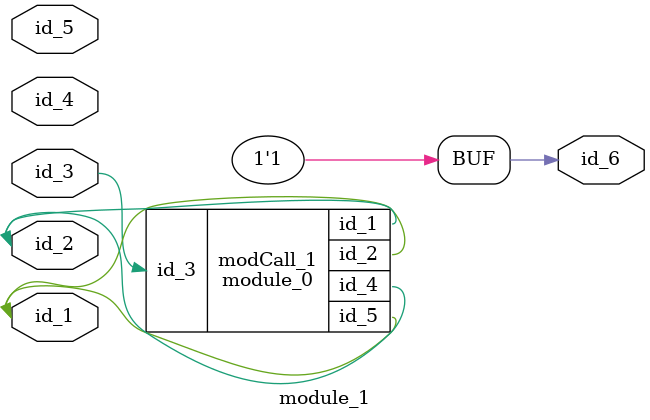
<source format=v>
module module_0 (
    id_1,
    id_2,
    id_3,
    id_4,
    id_5
);
  output wire id_5;
  inout wire id_4;
  input wire id_3;
  output wire id_2;
  inout wire id_1;
  wire id_6;
  wire id_7;
endmodule
module module_1 (
    id_1,
    id_2,
    id_3,
    id_4,
    id_5,
    id_6
);
  output wire id_6;
  input wire id_5;
  input wire id_4;
  input wire id_3;
  inout wire id_2;
  inout wire id_1;
  assign id_6 = -1;
  module_0 modCall_1 (
      id_2,
      id_1,
      id_3,
      id_2,
      id_1
  );
endmodule

</source>
